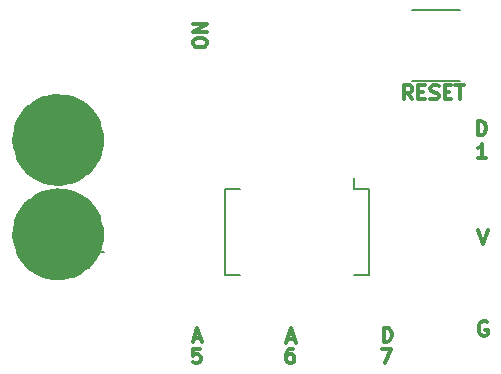
<source format=gto>
G04 This is an RS-274x file exported by *
G04 gerbv version 2.6.0 *
G04 More information is available about gerbv at *
G04 http://gerbv.gpleda.org/ *
G04 --End of header info--*
%MOIN*%
%FSLAX34Y34*%
%IPPOS*%
G04 --Define apertures--*
%ADD10C,0.0039*%
%ADD11C,0.0118*%
%ADD12C,0.0059*%
%ADD13C,0.1969*%
G04 --Start main section--*
G54D11*
G01X0059664Y-040005D02*
G01X0059664Y-039533D01*
G01X0059664Y-039533D02*
G01X0059776Y-039533D01*
G01X0059776Y-039533D02*
G01X0059844Y-039555D01*
G01X0059844Y-039555D02*
G01X0059889Y-039600D01*
G01X0059889Y-039600D02*
G01X0059911Y-039645D01*
G01X0059911Y-039645D02*
G01X0059934Y-039735D01*
G01X0059934Y-039735D02*
G01X0059934Y-039803D01*
G01X0059934Y-039803D02*
G01X0059911Y-039893D01*
G01X0059911Y-039893D02*
G01X0059889Y-039938D01*
G01X0059889Y-039938D02*
G01X0059844Y-039983D01*
G01X0059844Y-039983D02*
G01X0059776Y-040005D01*
G01X0059776Y-040005D02*
G01X0059664Y-040005D01*
G01X0056514Y-046891D02*
G01X0056514Y-046418D01*
G01X0056514Y-046418D02*
G01X0056627Y-046418D01*
G01X0056627Y-046418D02*
G01X0056694Y-046441D01*
G01X0056694Y-046441D02*
G01X0056739Y-046486D01*
G01X0056739Y-046486D02*
G01X0056762Y-046531D01*
G01X0056762Y-046531D02*
G01X0056784Y-046621D01*
G01X0056784Y-046621D02*
G01X0056784Y-046688D01*
G01X0056784Y-046688D02*
G01X0056762Y-046778D01*
G01X0056762Y-046778D02*
G01X0056739Y-046823D01*
G01X0056739Y-046823D02*
G01X0056694Y-046868D01*
G01X0056694Y-046868D02*
G01X0056627Y-046891D01*
G01X0056627Y-046891D02*
G01X0056514Y-046891D01*
G01X0053317Y-046783D02*
G01X0053542Y-046783D01*
G01X0053272Y-046918D02*
G01X0053429Y-046446D01*
G01X0053429Y-046446D02*
G01X0053587Y-046918D01*
G01X0050191Y-046756D02*
G01X0050416Y-046756D01*
G01X0050146Y-046891D02*
G01X0050303Y-046418D01*
G01X0050303Y-046418D02*
G01X0050461Y-046891D01*
G01X0057471Y-038812D02*
G01X0057314Y-038587D01*
G01X0057201Y-038812D02*
G01X0057201Y-038340D01*
G01X0057201Y-038340D02*
G01X0057381Y-038340D01*
G01X0057381Y-038340D02*
G01X0057426Y-038362D01*
G01X0057426Y-038362D02*
G01X0057449Y-038385D01*
G01X0057449Y-038385D02*
G01X0057471Y-038430D01*
G01X0057471Y-038430D02*
G01X0057471Y-038497D01*
G01X0057471Y-038497D02*
G01X0057449Y-038542D01*
G01X0057449Y-038542D02*
G01X0057426Y-038565D01*
G01X0057426Y-038565D02*
G01X0057381Y-038587D01*
G01X0057381Y-038587D02*
G01X0057201Y-038587D01*
G01X0057674Y-038565D02*
G01X0057831Y-038565D01*
G01X0057899Y-038812D02*
G01X0057674Y-038812D01*
G01X0057674Y-038812D02*
G01X0057674Y-038340D01*
G01X0057674Y-038340D02*
G01X0057899Y-038340D01*
G01X0058079Y-038790D02*
G01X0058146Y-038812D01*
G01X0058146Y-038812D02*
G01X0058259Y-038812D01*
G01X0058259Y-038812D02*
G01X0058304Y-038790D01*
G01X0058304Y-038790D02*
G01X0058326Y-038767D01*
G01X0058326Y-038767D02*
G01X0058349Y-038722D01*
G01X0058349Y-038722D02*
G01X0058349Y-038677D01*
G01X0058349Y-038677D02*
G01X0058326Y-038632D01*
G01X0058326Y-038632D02*
G01X0058304Y-038610D01*
G01X0058304Y-038610D02*
G01X0058259Y-038587D01*
G01X0058259Y-038587D02*
G01X0058169Y-038565D01*
G01X0058169Y-038565D02*
G01X0058124Y-038542D01*
G01X0058124Y-038542D02*
G01X0058101Y-038520D01*
G01X0058101Y-038520D02*
G01X0058079Y-038475D01*
G01X0058079Y-038475D02*
G01X0058079Y-038430D01*
G01X0058079Y-038430D02*
G01X0058101Y-038385D01*
G01X0058101Y-038385D02*
G01X0058124Y-038362D01*
G01X0058124Y-038362D02*
G01X0058169Y-038340D01*
G01X0058169Y-038340D02*
G01X0058281Y-038340D01*
G01X0058281Y-038340D02*
G01X0058349Y-038362D01*
G01X0058551Y-038565D02*
G01X0058709Y-038565D01*
G01X0058776Y-038812D02*
G01X0058551Y-038812D01*
G01X0058551Y-038812D02*
G01X0058551Y-038340D01*
G01X0058551Y-038340D02*
G01X0058776Y-038340D01*
G01X0058911Y-038340D02*
G01X0059181Y-038340D01*
G01X0059046Y-038812D02*
G01X0059046Y-038340D01*
G01X0059677Y-043163D02*
G01X0059835Y-043635D01*
G01X0059835Y-043635D02*
G01X0059992Y-043163D01*
G01X0059958Y-046232D02*
G01X0059913Y-046210D01*
G01X0059913Y-046210D02*
G01X0059846Y-046210D01*
G01X0059846Y-046210D02*
G01X0059778Y-046232D01*
G01X0059778Y-046232D02*
G01X0059733Y-046277D01*
G01X0059733Y-046277D02*
G01X0059711Y-046322D01*
G01X0059711Y-046322D02*
G01X0059688Y-046412D01*
G01X0059688Y-046412D02*
G01X0059688Y-046480D01*
G01X0059688Y-046480D02*
G01X0059711Y-046570D01*
G01X0059711Y-046570D02*
G01X0059733Y-046615D01*
G01X0059733Y-046615D02*
G01X0059778Y-046660D01*
G01X0059778Y-046660D02*
G01X0059846Y-046682D01*
G01X0059846Y-046682D02*
G01X0059891Y-046682D01*
G01X0059891Y-046682D02*
G01X0059958Y-046660D01*
G01X0059958Y-046660D02*
G01X0059981Y-046637D01*
G01X0059981Y-046637D02*
G01X0059981Y-046480D01*
G01X0059981Y-046480D02*
G01X0059891Y-046480D01*
G01X0056453Y-047135D02*
G01X0056768Y-047135D01*
G01X0056768Y-047135D02*
G01X0056565Y-047607D01*
G01X0053499Y-047123D02*
G01X0053409Y-047123D01*
G01X0053409Y-047123D02*
G01X0053364Y-047146D01*
G01X0053364Y-047146D02*
G01X0053342Y-047168D01*
G01X0053342Y-047168D02*
G01X0053297Y-047236D01*
G01X0053297Y-047236D02*
G01X0053274Y-047326D01*
G01X0053274Y-047326D02*
G01X0053274Y-047506D01*
G01X0053274Y-047506D02*
G01X0053297Y-047551D01*
G01X0053297Y-047551D02*
G01X0053319Y-047573D01*
G01X0053319Y-047573D02*
G01X0053364Y-047596D01*
G01X0053364Y-047596D02*
G01X0053454Y-047596D01*
G01X0053454Y-047596D02*
G01X0053499Y-047573D01*
G01X0053499Y-047573D02*
G01X0053522Y-047551D01*
G01X0053522Y-047551D02*
G01X0053544Y-047506D01*
G01X0053544Y-047506D02*
G01X0053544Y-047393D01*
G01X0053544Y-047393D02*
G01X0053522Y-047348D01*
G01X0053522Y-047348D02*
G01X0053499Y-047326D01*
G01X0053499Y-047326D02*
G01X0053454Y-047303D01*
G01X0053454Y-047303D02*
G01X0053364Y-047303D01*
G01X0053364Y-047303D02*
G01X0053319Y-047326D01*
G01X0053319Y-047326D02*
G01X0053297Y-047348D01*
G01X0053297Y-047348D02*
G01X0053274Y-047393D01*
G01X0050400Y-047123D02*
G01X0050175Y-047123D01*
G01X0050175Y-047123D02*
G01X0050152Y-047348D01*
G01X0050152Y-047348D02*
G01X0050175Y-047326D01*
G01X0050175Y-047326D02*
G01X0050220Y-047303D01*
G01X0050220Y-047303D02*
G01X0050332Y-047303D01*
G01X0050332Y-047303D02*
G01X0050377Y-047326D01*
G01X0050377Y-047326D02*
G01X0050400Y-047348D01*
G01X0050400Y-047348D02*
G01X0050422Y-047393D01*
G01X0050422Y-047393D02*
G01X0050422Y-047506D01*
G01X0050422Y-047506D02*
G01X0050400Y-047551D01*
G01X0050400Y-047551D02*
G01X0050377Y-047573D01*
G01X0050377Y-047573D02*
G01X0050332Y-047596D01*
G01X0050332Y-047596D02*
G01X0050220Y-047596D01*
G01X0050220Y-047596D02*
G01X0050175Y-047573D01*
G01X0050175Y-047573D02*
G01X0050152Y-047551D01*
G01X0059938Y-040753D02*
G01X0059668Y-040753D01*
G01X0059803Y-040753D02*
G01X0059803Y-040281D01*
G01X0059803Y-040281D02*
G01X0059758Y-040348D01*
G01X0059758Y-040348D02*
G01X0059713Y-040393D01*
G01X0059713Y-040393D02*
G01X0059668Y-040416D01*
G01X0050163Y-036962D02*
G01X0050163Y-036872D01*
G01X0050163Y-036872D02*
G01X0050185Y-036827D01*
G01X0050185Y-036827D02*
G01X0050230Y-036782D01*
G01X0050230Y-036782D02*
G01X0050320Y-036759D01*
G01X0050320Y-036759D02*
G01X0050478Y-036759D01*
G01X0050478Y-036759D02*
G01X0050567Y-036782D01*
G01X0050567Y-036782D02*
G01X0050612Y-036827D01*
G01X0050612Y-036827D02*
G01X0050635Y-036872D01*
G01X0050635Y-036872D02*
G01X0050635Y-036962D01*
G01X0050635Y-036962D02*
G01X0050612Y-037007D01*
G01X0050612Y-037007D02*
G01X0050567Y-037052D01*
G01X0050567Y-037052D02*
G01X0050478Y-037074D01*
G01X0050478Y-037074D02*
G01X0050320Y-037074D01*
G01X0050320Y-037074D02*
G01X0050230Y-037052D01*
G01X0050230Y-037052D02*
G01X0050185Y-037007D01*
G01X0050185Y-037007D02*
G01X0050163Y-036962D01*
G01X0050635Y-036557D02*
G01X0050163Y-036557D01*
G01X0050163Y-036557D02*
G01X0050635Y-036287D01*
G01X0050635Y-036287D02*
G01X0050163Y-036287D01*
G54D12*
G01X0057478Y-038195D02*
G01X0059053Y-038195D01*
G01X0057478Y-035832D02*
G01X0059053Y-035832D01*
G54D10*
G01X0059053Y-038195D02*
G01X0057478Y-038195D01*
G01X0059053Y-035832D02*
G01X0057478Y-035832D01*
G54D12*
G01X0056022Y-041785D02*
G01X0055522Y-041785D01*
G01X0056022Y-044679D02*
G01X0055522Y-044679D01*
G01X0051215Y-044679D02*
G01X0051715Y-044679D01*
G01X0051215Y-041785D02*
G01X0051715Y-041785D01*
G01X0056022Y-041785D02*
G01X0056022Y-044679D01*
G01X0051215Y-041785D02*
G01X0051215Y-044679D01*
G01X0055522Y-041785D02*
G01X0055522Y-041417D01*
G54D13*
G01X0046226Y-040157D02*
G75*
G03X0046226Y-040157I-000557J0000000D01*
G01X0046226Y-043307D02*
G75*
G03X0046226Y-043307I-000557J0000000D01*
G54D12*
G01X0046897Y-043896D02*
G01X0047197Y-043896D01*
M02*

</source>
